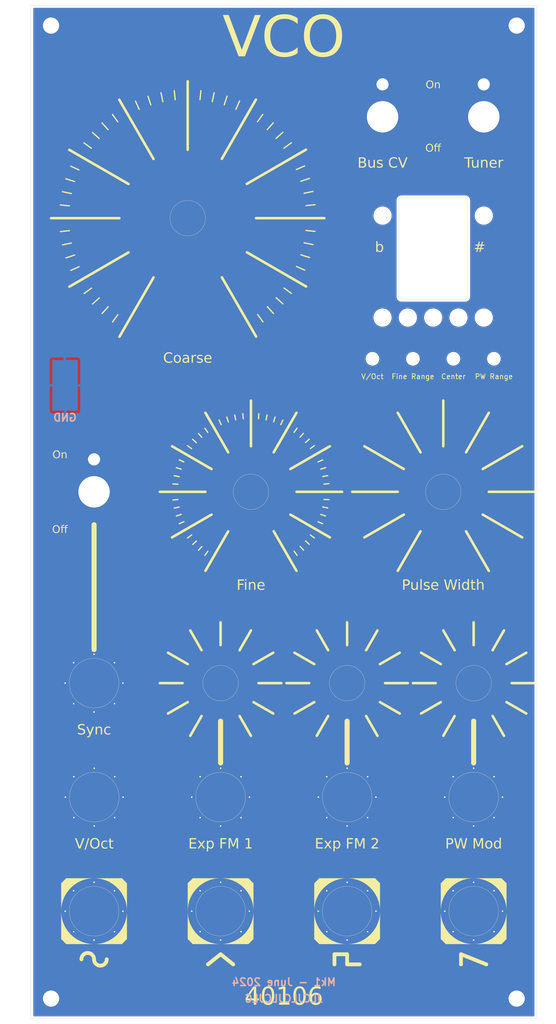
<source format=kicad_pcb>
(kicad_pcb (version 20240108) (generator "pcbnew") (generator_version "8.0")
  (title_block (title "VCO mki Front Panel") (date "2024-06-06") (rev "1") (company "DMH"))
  (layers (0 "F.Cu" signal) (31 "B.Cu" signal) (34 "B.Paste" user) (35 "F.Paste" user) (36 "B.SilkS" user "B.Silkscreen") (37 "F.SilkS" user "F.Silkscreen") (38 "B.Mask" user) (39 "F.Mask" user) (44 "Edge.Cuts" user))
  (net 0 "")
  (net 1 "GND")
  (footprint "SynthStuff:Pot_Cutout_Tiny" (layer "F.Cu") (at 87.5 183.75)
    (property "Reference" "H10")
    (property "Value" "Exp FM 1" (hide yes))
    (fp_line (start -7.499998 0) (end -12 0) (stroke (width 0.5)) (layer "F.SilkS"))
    (fp_line (start -6.49301 -3.753771) (end -10.394285 -5.996567) (stroke (width 0.5)) (layer "F.SilkS"))
    (fp_line (start -6.49301 3.753772) (end -10.394227 5.996669) (stroke (width 0.5)) (layer "F.SilkS"))
    (fp_line (start -3.753772 -6.49301) (end -5.996669 -10.394227) (stroke (width 0.5)) (layer "F.SilkS"))
    (fp_line (start -3.753771 6.49301) (end -5.996567 10.394285) (stroke (width 0.5)) (layer "F.SilkS"))
    (fp_line (start 0 -7.5) (end 0 -12) (stroke (width 0.5)) (layer "F.SilkS"))
    (fp_line (start 3.753771 -6.49301) (end 5.996567 -10.394285) (stroke (width 0.5)) (layer "F.SilkS"))
    (fp_line (start 3.753772 6.49301) (end 5.996669 10.394227) (stroke (width 0.5)) (layer "F.SilkS"))
    (fp_line (start 6.49301 -3.753772) (end 10.394227 -5.996669) (stroke (width 0.5)) (layer "F.SilkS"))
    (fp_line (start 6.49301 3.753771) (end 10.394285 5.996567) (stroke (width 0.5)) (layer "F.SilkS"))
    (fp_line (start 7.5 0) (end 12 0) (stroke (width 0.5)) (layer "F.SilkS"))
    (fp_circle (center 0 0) (end 0 3.5) (stroke (width 0.05)) (fill none) (layer "Edge.Cuts"))
    (pad "1" connect circle (at 0 0) (size 13 13) (layers "F.Cu" "F.Mask") (net 1 "GND"))
    (pad "1" connect circle (at 0 0) (size 13 13) (layers "B.Cu" "B.Mask") (net 1 "GND"))
  )
  (footprint "SynthStuff:Pot_Cutout_Huge_v2" (layer "F.Cu") (at 81 92)
    (property "Reference" "H5")
    (property "Value" "Coarse" (at 0 27.7 0) (layer "F.SilkS") (effects (font (size 2 2))))
    (fp_line (start -23.39361 -13.481062) (end -11.696805 -6.740531) (stroke (width 0.5)) (layer "F.SilkS"))
    (fp_line (start -23.374179 -2.428486) (end -25.164545 -2.614498) (stroke (width 0.25)) (layer "F.SilkS"))
    (fp_line (start -23.370917 13.520364) (end -11.685458 6.760182) (stroke (width 0.5)) (layer "F.SilkS"))
    (fp_line (start -23.370351 2.465102) (end -25.16042 2.653918) (stroke (width 0.25)) (layer "F.SilkS"))
    (fp_line (start -23.101674 10.315167) (end -21.458076 9.581281) (stroke (width 0.25)) (layer "F.SilkS"))
    (fp_line (start -22.993287 -4.853716) (end -24.754478 -5.22549) (stroke (width 0.25)) (layer "F.SilkS"))
    (fp_line (start -22.982832 4.903004) (end -24.743219 5.278553) (stroke (width 0.25)) (layer "F.SilkS"))
    (fp_line (start -22.361465 -7.225976) (end -24.07426 -7.779456) (stroke (width 0.25)) (layer "F.SilkS"))
    (fp_line (start -22.343234 7.28216) (end -24.054632 7.839942) (stroke (width 0.25)) (layer "F.SilkS"))
    (fp_line (start -21.482215 -9.527029) (end -23.127663 -10.25676) (stroke (width 0.25)) (layer "F.SilkS"))
    (fp_line (start -19.02674 -13.7925) (end -20.484109 -14.848948) (stroke (width 0.25)) (layer "F.SilkS"))
    (fp_line (start -19.013948 13.810131) (end -20.470336 14.86793) (stroke (width 0.25)) (layer "F.SilkS"))
    (fp_line (start -17.477172 -15.709817) (end -18.815851 -16.913124) (stroke (width 0.25)) (layer "F.SilkS"))
    (fp_line (start -17.458429 15.730644) (end -18.795672 16.935546) (stroke (width 0.25)) (layer "F.SilkS"))
    (fp_line (start -15.730644 -17.458429) (end -16.935546 -18.795672) (stroke (width 0.25)) (layer "F.SilkS"))
    (fp_line (start -15.709817 17.477172) (end -16.913124 18.815851) (stroke (width 0.25)) (layer "F.SilkS"))
    (fp_line (start -13.810131 -19.013948) (end -14.86793 -20.470336) (stroke (width 0.25)) (layer "F.SilkS"))
    (fp_line (start -13.7925 19.02674) (end -14.848948 20.484109) (stroke (width 0.25)) (layer "F.SilkS"))
    (fp_line (start -13.520364 -23.370917) (end -6.760182 -11.685458) (stroke (width 0.5)) (layer "F.SilkS"))
    (fp_line (start -13.5 0) (end -27 0) (stroke (width 0.5)) (layer "F.SilkS"))
    (fp_line (start -13.481062 23.39361) (end -6.740531 11.696805) (stroke (width 0.5)) (layer "F.SilkS"))
    (fp_line (start -10.315167 -23.101674) (end -9.581281 -21.458076) (stroke (width 0.25)) (layer "F.SilkS"))
    (fp_line (start -7.28216 -22.343234) (end -7.839942 -24.054632) (stroke (width 0.25)) (layer "F.SilkS"))
    (fp_line (start -4.903004 -22.982832) (end -5.278553 -24.743219) (stroke (width 0.25)) (layer "F.SilkS"))
    (fp_line (start -2.465102 -23.370351) (end -2.653918 -25.16042) (stroke (width 0.25)) (layer "F.SilkS"))
    (fp_line (start -0.000001 -13.5) (end -0.000001 -27.000001) (stroke (width 0.5)) (layer "F.SilkS"))
    (fp_line (start 2.428485 -23.37418) (end 2.614497 -25.164546) (stroke (width 0.25)) (layer "F.SilkS"))
    (fp_line (start 4.853715 -22.993288) (end 5.225489 -24.754479) (stroke (width 0.25)) (layer "F.SilkS"))
    (fp_line (start 7.225975 -22.361466) (end 7.779455 -24.074261) (stroke (width 0.25)) (layer "F.SilkS"))
    (fp_line (start 9.527028 -21.482216) (end 10.256759 -23.127664) (stroke (width 0.25)) (layer "F.SilkS"))
    (fp_line (start 13.481061 -23.393611) (end 6.74053 -11.696806) (stroke (width 0.5)) (layer "F.SilkS"))
    (fp_line (start 13.499999 -0.000001) (end 26.999999 -0.000001) (stroke (width 0.5)) (layer "F.SilkS"))
    (fp_line (start 13.520365 23.370916) (end 6.760183 11.685457) (stroke (width 0.5)) (layer "F.SilkS"))
    (fp_line (start 13.792499 -19.026741) (end 14.848947 -20.48411) (stroke (width 0.25)) (layer "F.SilkS"))
    (fp_line (start 13.810132 19.013947) (end 14.867931 20.470335) (stroke (width 0.25)) (layer "F.SilkS"))
    (fp_line (start 15.709816 -17.477173) (end 16.913123 -18.815852) (stroke (width 0.25)) (layer "F.SilkS"))
    (fp_line (start 15.730645 17.458428) (end 16.935547 18.795671) (stroke (width 0.25)) (layer "F.SilkS"))
    (fp_line (start 17.458428 -15.730645) (end 18.795671 -16.935547) (stroke (width 0.25)) (layer "F.SilkS"))
    (fp_line (start 17.477173 15.709816) (end 18.815852 16.913123) (stroke (width 0.25)) (layer "F.SilkS"))
    (fp_line (start 19.013947 -13.810132) (end 20.470335 -14.867931) (stroke (width 0.25)) (layer "F.SilkS"))
    (fp_line (start 19.026741 13.792499) (end 20.48411 14.848947) (stroke (width 0.25)) (layer "F.SilkS"))
    (fp_line (start 21.482216 9.527028) (end 23.127664 10.256759) (stroke (width 0.25)) (layer "F.SilkS"))
    (fp_line (start 22.343233 -7.282161) (end 24.054631 -7.839943) (stroke (width 0.25)) (layer "F.SilkS"))
    (fp_line (start 22.361466 7.225975) (end 24.074261 7.779455) (stroke (width 0.25)) (layer "F.SilkS"))
    (fp_line (start 22.982831 -4.903005) (end 24.743218 -5.278554) (stroke (width 0.25)) (layer "F.SilkS"))
    (fp_line (start 22.993288 4.853715) (end 24.754479 5.225489) (stroke (width 0.25)) (layer "F.SilkS"))
    (fp_line (start 23.101673 -10.315168) (end 21.458075 -9.581282) (stroke (width 0.25)) (layer "F.SilkS"))
    (fp_line (start 23.37035 -2.465103) (end 25.160419 -2.653919) (stroke (width 0.25)) (layer "F.SilkS"))
    (fp_line (start 23.370916 -13.520365) (end 11.685457 -6.760183) (stroke (width 0.5)) (layer "F.SilkS"))
    (fp_line (start 23.37418 2.428485) (end 25.164546 2.614497) (stroke (width 0.25)) (layer "F.SilkS"))
    (fp_line (start 23.393611 13.481061) (end 11.696806 6.74053) (stroke (width 0.5)) (layer "F.SilkS"))
    (fp_circle (center 0 0) (end 0 3.5) (stroke (width 0.05)) (fill none) (layer "Edge.Cuts"))
    (pad "1" connect circle (at 0 0) (size 13 13) (layers "F.Cu" "F.Mask") (net 1 "GND"))
    (pad "1" connect circle (at 0 0) (size 13 13) (layers "B.Cu" "B.Mask") (net 1 "GND"))
  )
  (footprint "SynthStuff:Jack_6.35mm_Cutout_Output_v6" (layer "F.Cu") (at 112.5 228.75)
    (property "Reference" "H15")
    (property "Value" "Sqr" (hide yes))
    (fp_poly (pts (xy -6.5 5.5) (arc (start -6.5 0) (mid -4.596194 4.596194) (end 0 6.5)) (xy -5.5 6.5)) (fill solid) (layer "F.SilkS"))
    (fp_poly (pts (xy -5.5 -6.5) (arc (start 0 -6.5) (mid -4.596194 -4.596194) (end -6.5 0)) (xy -6.5 -5.5)) (fill solid) (layer "F.SilkS"))
    (fp_poly (pts (xy 5.5 6.5) (arc (start 0 6.5) (mid 4.596194 4.596194) (end 6.5 0)) (xy 6.5 5.5)) (fill solid) (layer "F.SilkS"))
    (fp_poly (pts (xy 6.5 -5.5) (arc (start 6.5 0) (mid 4.596194 -4.596194) (end 0 -6.5)) (xy 5.5 -6.5)) (fill solid) (layer "F.SilkS"))
    (fp_circle (center 0 0) (end 0 -4.9) (stroke (width 0.05)) (fill none) (layer "Edge.Cuts"))
    (pad "1" thru_hole circle (at -5.7 0) (size 0.5 0.5) (drill 0.3) (layers "*.Cu" "*.Mask") (net 1 "GND"))
    (pad "1" thru_hole circle (at -4.04 -4.03) (size 0.5 0.5) (drill 0.3) (layers "*.Cu" "*.Mask") (net 1 "GND"))
    (pad "1" thru_hole circle (at -4.03 4.04) (size 0.5 0.5) (drill 0.3) (layers "*.Cu" "*.Mask") (net 1 "GND"))
    (pad "1" thru_hole circle (at 0 -5.7) (size 0.5 0.5) (drill 0.3) (layers "*.Cu" "*.Mask") (net 1 "GND"))
    (pad "1" connect circle (at 0 0) (size 12 12) (layers "F.Cu" "F.Mask") (net 1 "GND"))
    (pad "1" connect circle (at 0 0) (size 12 12) (layers "B.Cu" "B.Mask") (net 1 "GND"))
    (pad "1" thru_hole circle (at 0 5.7) (size 0.5 0.5) (drill 0.3) (layers "*.Cu" "*.Mask") (net 1 "GND"))
    (pad "1" thru_hole circle (at 4.03 4.04) (size 0.5 0.5) (drill 0.3) (layers "*.Cu" "*.Mask") (net 1 "GND"))
    (pad "1" thru_hole circle (at 4.04 -4.03) (size 0.5 0.5) (drill 0.3) (layers "*.Cu" "*.Mask") (net 1 "GND"))
    (pad "1" thru_hole circle (at 5.7 0) (size 0.5 0.5) (drill 0.3) (layers "*.Cu" "*.Mask") (net 1 "GND"))
  )
  (footprint "SynthStuff:MountingHole_Rails" (layer "F.Cu") (at 54 246)
    (property "Reference" "H3")
    (property "Value" "MountingHole_Rails")
    (pad "1" thru_hole circle (at 0 0) (size 4 4) (drill 3.2) (layers "*.Cu" "*.Mask") (net 1 "GND"))
  )
  (footprint "SynthStuff:MountingHole_Rails" (layer "F.Cu") (at 146 54)
    (property "Reference" "H2")
    (property "Value" "MountingHole_Rails")
    (pad "1" thru_hole circle (at 0 0) (size 4 4) (drill 3.2) (layers "*.Cu" "*.Mask") (net 1 "GND"))
  )
  (footprint "SynthStuff:MountingHole_LED_3mm" (layer "F.Cu") (at 124.5 111.62)
    (property "Reference" "H32" (hide yes))
    (property "Value" "LED_-1")
    (pad "" np_thru_hole circle (at 0 0) (size 3.1 3.1) (drill 3.1) (layers "F&B.Cu" "*.Mask"))
  )
  (footprint "MountingHole:MountingHole_2.5mm" (layer "F.Cu") (at 141.5 119.75)
    (property "Reference" "H24" (hide yes))
    (property "Value" "PW Range" (at 0 3.5 0) (layer "F.SilkS"))
    (pad "" np_thru_hole circle (at 0 0) (size 2.5 2.5) (drill 2.5) (layers "*.Cu" "*.Mask"))
  )
  (footprint "MountingHole:MountingHole_2.5mm" (layer "F.Cu") (at 117.5 119.75)
    (property "Reference" "H21" (hide yes))
    (property "Value" "V/Oct" (at 0 3.5 0) (layer "F.SilkS"))
    (pad "" np_thru_hole circle (at 0 0) (size 2.5 2.5) (drill 2.5) (layers "*.Cu" "*.Mask"))
  )
  (footprint "MountingHole:MountingHole_2.5mm" (layer "F.Cu") (at 133.5 119.75)
    (property "Reference" "H23" (hide yes))
    (property "Value" "Center" (at 0 3.5 0) (layer "F.SilkS"))
    (pad "" np_thru_hole circle (at 0 0) (size 2.5 2.5) (drill 2.5) (layers "*.Cu" "*.Mask"))
  )
  (footprint "SynthStuff:Jack_6.35mm_Cutout_Output_v6" (layer "F.Cu") (at 62.5 228.75)
    (property "Reference" "H13")
    (property "Value" "Sin" (hide yes))
    (fp_poly (pts (xy -6.5 5.5) (arc (start -6.5 0) (mid -4.596194 4.596194) (end 0 6.5)) (xy -5.5 6.5)) (fill solid) (layer "F.SilkS"))
    (fp_poly (pts (xy -5.5 -6.5) (arc (start 0 -6.5) (mid -4.596194 -4.596194) (end -6.5 0)) (xy -6.5 -5.5)) (fill solid) (layer "F.SilkS"))
    (fp_poly (pts (xy 5.5 6.5) (arc (start 0 6.5) (mid 4.596194 4.596194) (end 6.5 0)) (xy 6.5 5.5)) (fill solid) (layer "F.SilkS"))
    (fp_poly (pts (xy 6.5 -5.5) (arc (start 6.5 0) (mid 4.596194 -4.596194) (end 0 -6.5)) (xy 5.5 -6.5)) (fill solid) (layer "F.SilkS"))
    (fp_circle (center 0 0) (end 0 -4.9) (stroke (width 0.05)) (fill none) (layer "Edge.Cuts"))
    (pad "1" thru_hole circle (at -5.7 0) (size 0.5 0.5) (drill 0.3) (layers "*.Cu" "*.Mask") (net 1 "GND"))
    (pad "1" thru_hole circle (at -4.04 -4.03) (size 0.5 0.5) (drill 0.3) (layers "*.Cu" "*.Mask") (net 1 "GND"))
    (pad "1" thru_hole circle (at -4.03 4.04) (size 0.5 0.5) (drill 0.3) (layers "*.Cu" "*.Mask") (net 1 "GND"))
    (pad "1" thru_hole circle (at 0 -5.7) (size 0.5 0.5) (drill 0.3) (layers "*.Cu" "*.Mask") (net 1 "GND"))
    (pad "1" connect circle (at 0 0) (size 12 12) (layers "F.Cu" "F.Mask") (net 1 "GND"))
    (pad "1" connect circle (at 0 0) (size 12 12) (layers "B.Cu" "B.Mask") (net 1 "GND"))
    (pad "1" thru_hole circle (at 0 5.7) (size 0.5 0.5) (drill 0.3) (layers "*.Cu" "*.Mask") (net 1 "GND"))
    (pad "1" thru_hole circle (at 4.03 4.04) (size 0.5 0.5) (drill 0.3) (layers "*.Cu" "*.Mask") (net 1 "GND"))
    (pad "1" thru_hole circle (at 4.04 -4.03) (size 0.5 0.5) (drill 0.3) (layers "*.Cu" "*.Mask") (net 1 "GND"))
    (pad "1" thru_hole circle (at 5.7 0) (size 0.5 0.5) (drill 0.3) (layers "*.Cu" "*.Mask") (net 1 "GND"))
  )
  (footprint "SynthStuff:Jack_6.35mm_Cutout_v3" (layer "F.Cu") (at 137.5 206.25)
    (property "Reference" "H20")
    (property "Value" "PW Mod" (at 0 9.3 0) (layer "F.SilkS") (effects (font (size 2 2))))
    (fp_circle (center 0 0) (end 0 -4.9) (stroke (width 0.05)) (fill none) (layer "Edge.Cuts"))
    (pad "1" thru_hole circle (at -5.7 0) (size 0.5 0.5) (drill 0.3) (layers "*.Cu" "*.Mask") (net 1 "GND"))
    (pad "1" thru_hole circle (at -4.04 -4.03) (size 0.5 0.5) (drill 0.3) (layers "*.Cu" "*.Mask") (net 1 "GND"))
    (pad "1" thru_hole circle (at -4.03 4.04) (size 0.5 0.5) (drill 0.3) (layers "*.Cu" "*.Mask") (net 1 "GND"))
    (pad "1" thru_hole circle (at 0 -5.7) (size 0.5 0.5) (drill 0.3) (layers "*.Cu" "*.Mask") (net 1 "GND"))
    (pad "1" connect circle (at 0 0) (size 12 12) (layers "F.Cu" "F.Mask") (net 1 "GND"))
    (pad "1" connect circle (at 0 0) (size 12 12) (layers "B.Cu" "B.Mask") (net 1 "GND"))
    (pad "1" thru_hole circle (at 0 5.7) (size 0.5 0.5) (drill 0.3) (layers "*.Cu" "*.Mask") (net 1 "GND"))
    (pad "1" thru_hole circle (at 4.03 4.04) (size 0.5 0.5) (drill 0.3) (layers "*.Cu" "*.Mask") (net 1 "GND"))
    (pad "1" thru_hole circle (at 4.04 -4.03) (size 0.5 0.5) (drill 0.3) (layers "*.Cu" "*.Mask") (net 1 "GND"))
    (pad "1" thru_hole circle (at 5.7 0) (size 0.5 0.5) (drill 0.3) (layers "*.Cu" "*.Mask") (net 1 "GND"))
  )
  (footprint "SynthStuff:MountingHole_LED_3mm" (layer "F.Cu") (at 139.5 91.5)
    (property "Reference" "H30" (hide yes))
    (property "Value" "LED_#" (hide yes))
    (pad "" np_thru_hole circle (at 0 0) (size 3.1 3.1) (drill 3.1) (layers "F&B.Cu" "*.Mask"))
  )
  (footprint "SynthStuff:MountingHole_LED_3mm" (layer "F.Cu") (at 139.5 111.62)
    (property "Reference" "H35" (hide yes))
    (property "Value" "LED_+2")
    (pad "" np_thru_hole circle (at 0 0) (size 3.1 3.1) (drill 3.1) (layers "F&B.Cu" "*.Mask"))
  )
  (footprint "SynthStuff:Pot_Cutout_Medium" (layer "F.Cu") (at 131.5 146)
    (property "Reference" "H8")
    (property "Value" "Pulse Width" (at 0 18.5 0) (layer "F.SilkS") (effects (font (size 2 2))))
    (fp_line (start -15.59134 -8.995004) (end -7.795669 -4.497502) (stroke (width 0.5)) (layer "F.SilkS"))
    (fp_line (start -15.591339 8.995006) (end -7.795668 4.497502) (stroke (width 0.5)) (layer "F.SilkS"))
    (fp_line (start -9 0) (end -18 0) (stroke (width 0.5)) (layer "F.SilkS"))
    (fp_line (start -8.995006 -15.591339) (end -4.497502 -7.795668) (stroke (width 0.5)) (layer "F.SilkS"))
    (fp_line (start -8.995004 15.59134) (end -4.497502 7.795669) (stroke (width 0.5)) (layer "F.SilkS"))
    (fp_line (start 0 -9) (end 0 -18) (stroke (width 0.5)) (layer "F.SilkS"))
    (fp_line (start 8.995004 -15.59134) (end 4.497502 -7.795669) (stroke (width 0.5)) (layer "F.SilkS"))
    (fp_line (start 8.995006 15.591339) (end 4.497502 7.795668) (stroke (width 0.5)) (layer "F.SilkS"))
    (fp_line (start 9 0) (end 18 0) (stroke (width 0.5)) (layer "F.SilkS"))
    (fp_line (start 15.591339 -8.995006) (end 7.795668 -4.497502) (stroke (width 0.5)) (layer "F.SilkS"))
    (fp_line (start 15.59134 8.995004) (end 7.795669 4.497502) (stroke (width 0.5)) (layer "F.SilkS"))
    (fp_circle (center 0 0) (end 0 3.5) (stroke (width 0.05)) (fill none) (layer "Edge.Cuts"))
    (pad "1" connect circle (at 0 0) (size 13 13) (layers "F.Cu" "F.Mask") (net 1 "GND"))
    (pad "1" connect circle (at 0 0) (size 13 13) (layers "B.Cu" "B.Mask") (net 1 "GND"))
  )
  (footprint "SynthStuff:MountingHole_Rails" (layer "F.Cu") (at 54 54)
    (property "Reference" "H1")
    (property "Value" "MountingHole_Rails")
    (pad "1" thru_hole circle (at 0 0) (size 4 4) (drill 3.2) (layers "*.Cu" "*.Mask") (net 1 "GND"))
  )
  (footprint "SynthStuff:MountingHole_LED_3mm" (layer "F.Cu") (at 134.5 111.62)
    (property "Reference" "H34" (hide yes))
    (property "Value" "LED_+1")
    (pad "" np_thru_hole circle (at 0 0) (size 3.1 3.1) (drill 3.1) (layers "F&B.Cu" "*.Mask"))
  )
  (footprint "SynthStuff:MountingHole_LED_3mm" (layer "F.Cu") (at 129.5 111.62)
    (property "Reference" "H33" (hide yes))
    (property "Value" "LED_0")
    (pad "" np_thru_hole circle (at 0 0) (size 3.1 3.1) (drill 3.1) (layers "F&B.Cu" "*.Mask"))
  )
  (footprint "SynthStuff:Pot_Cutout_Tiny" (layer "F.Cu") (at 137.5 183.75)
    (property "Reference" "H12")
    (property "Value" "PW Mod" (hide yes))
    (fp_line (start -7.499998 0) (end -12 0) (stroke (width 0.5)) (layer "F.SilkS"))
    (fp_line (start -6.49301 -3.753771) (end -10.394285 -5.996567) (stroke (width 0.5)) (layer "F.SilkS"))
    (fp_line (start -6.49301 3.753772) (end -10.394227 5.996669) (stroke (width 0.5)) (layer "F.SilkS"))
    (fp_line (start -3.753772 -6.49301) (end -5.996669 -10.394227) (stroke (width 0.5)) (layer "F.SilkS"))
    (fp_line (start -3.753771 6.49301) (end -5.996567 10.394285) (stroke (width 0.5)) (layer "F.SilkS"))
    (fp_line (start 0 -7.5) (end 0 -12) (stroke (width 0.5)) (layer "F.SilkS"))
    (fp_line (start 3.753771 -6.49301) (end 5.996567 -10.394285) (stroke (width 0.5)) (layer "F.SilkS"))
    (fp_line (start 3.753772 6.49301) (end 5.996669 10.394227) (stroke (width 0.5)) (layer "F.SilkS"))
    (fp_line (start 6.49301 -3.753772) (end 10.394227 -5.996669) (stroke (width 0.5)) (layer "F.SilkS"))
    (fp_line (start 6.49301 3.753771) (end 10.394285 5.996567) (stroke (width 0.5)) (layer "F.SilkS"))
    (fp_line (start 7.5 0) (end 12 0) (stroke (width 0.5)) (layer "F.SilkS"))
    (fp_circle (center 0 0) (end 0 3.5) (stroke (width 0.05)) (fill none) (layer "Edge.Cuts"))
    (pad "1" connect circle (at 0 0) (size 13 13) (layers "F.Cu" "F.Mask") (net 1 "GND"))
    (pad "1" connect circle (at 0 0) (size 13 13) (layers "B.Cu" "B.Mask") (net 1 "GND"))
  )
  (footprint "SynthStuff:Toggle_Switch_Cutout" (layer "F.Cu") (at 139.5 72)
    (property "Reference" "H27")
    (property "Value" "Tuner" (at 0 9.2 0) (layer "F.SilkS") (effects (font (size 2 2))))
    (pad "1" thru_hole circle (at 0 -6.4) (size 2.9 2.9) (drill 2.4) (layers "*.Cu" "*.Mask") (net 1 "GND"))
    (pad "1" thru_hole circle (at 0 0) (size 13 13) (drill 6.2) (layers "*.Cu" "*.Mask") (net 1 "GND"))
  )
  (footprint "SynthStuff:MountingHole_Rails" (layer "F.Cu") (at 146 246)
    (property "Reference" "H4")
    (property "Value" "MountingHole_Rails")
    (pad "1" thru_hole circle (at 0 0) (size 4 4) (drill 3.2) (layers "*.Cu" "*.Mask") (net 1 "GND"))
  )
  (footprint "SynthStuff:Toggle_Switch_Cutout" (layer "F.Cu") (at 62.5 146)
    (property "Reference" "H28")
    (property "Value" "Soft Hard" (hide yes))
    (pad "1" thru_hole circle (at 0 -6.4) (size 2.9 2.9) (drill 2.4) (layers "*.Cu" "*.Mask") (net 1 "GND"))
    (pad "1" thru_hole circle (at 0 0) (size 13 13) (drill 6.2) (layers "*.Cu" "*.Mask") (net 1 "GND"))
  )
  (footprint "SynthStuff:MountingHole_LED_3mm" (layer "F.Cu") (at 119.5 91.5)
    (property "Reference" "H29" (hide yes))
    (property "Value" "LED_b" (hide yes))
    (pad "" np_thru_hole circle (at 0 0) (size 3.1 3.1) (drill 3.1) (layers "F&B.Cu" "*.Mask"))
  )
  (footprint "SynthStuff:Jack_6.35mm_Cutout_v3" (layer "F.Cu") (at 87.5 206.25)
    (property "Reference" "H18")
    (property "Value" "Exp FM 1" (at 0 9.3 0) (layer "F.SilkS") (effects (font (size 2 2))))
    (fp_circle (center 0 0) (end 0 -4.9) (stroke (width 0.05)) (fill none) (layer "Edge.Cuts"))
    (pad "1" thru_hole circle (at -5.7 0) (size 0.5 0.5) (drill 0.3) (layers "*.Cu" "*.Mask") (net 1 "GND"))
    (pad "1" thru_hole circle (at -4.04 -4.03) (size 0.5 0.5) (drill 0.3) (layers "*.Cu" "*.Mask") (net 1 "GND"))
    (pad "1" thru_hole circle (at -4.03 4.04) (size 0.5 0.5) (drill 0.3) (layers "*.Cu" "*.Mask") (net 1 "GND"))
    (pad "1" thru_hole circle (at 0 -5.7) (size 0.5 0.5) (drill 0.3) (layers "*.Cu" "*.Mask") (net 1 "GND"))
    (pad "1" connect circle (at 0 0) (size 12 12) (layers "F.Cu" "F.Mask") (net 1 "GND"))
    (pad "1" connect circle (at 0 0) (size 12 12) (layers "B.Cu" "B.Mask") (net 1 "GND"))
    (pad "1" thru_hole circle (at 0 5.7) (size 0.5 0.5) (drill 0.3) (layers "*.Cu" "*.Mask") (net 1 "GND"))
    (pad "1" thru_hole circle (at 4.03 4.04) (size 0.5 0.5) (drill 0.3) (layers "*.Cu" "*.Mask") (net 1 "GND"))
    (pad "1" thru_hole circle (at 4.04 -4.03) (size 0.5 0.5) (drill 0.3) (layers "*.Cu" "*.Mask") (net 1 "GND"))
    (pad "1" thru_hole circle (at 5.7 0) (size 0.5 0.5) (drill 0.3) (layers "*.Cu" "*.Mask") (net 1 "GND"))
  )
  (footprint "MountingHole:MountingHole_2.5mm" (layer "F.Cu") (at 125.5 119.75)
    (property "Reference" "H22" (hide yes))
    (property "Value" "Fine Range" (at 0 3.5 0) (layer "F.SilkS"))
    (pad "" np_thru_hole circle (at 0 0) (size 2.5 2.5) (drill 2.5) (layers "*.Cu" "*.Mask"))
  )
  (footprint "SynthStuff:Pot_Cutout_Medium_v2" (layer "F.Cu") (at 93.5 146)
    (property "Reference" "H7")
    (property "Value" "Fine" (at 0 18.5 0) (layer "F.SilkS") (effects (font (size 2 2))))
    (fp_line (start -15.59134 -8.995004) (end -7.795669 -4.497502) (stroke (width 0.5)) (layer "F.SilkS"))
    (fp_line (start -15.591339 8.995006) (end -7.795668 4.497502) (stroke (width 0.5)) (layer "F.SilkS"))
    (fp_line (start -14.422248 -1.499585) (end -15.422297 -1.553297) (stroke (width 0.25)) (layer "F.SilkS"))
    (fp_line (start -14.420762 1.513781) (end -15.415618 1.618213) (stroke (width 0.25)) (layer "F.SilkS"))
    (fp_line (start -14.189827 -2.983088) (end -15.168751 -3.188884) (stroke (width 0.25)) (layer "F.SilkS"))
    (fp_line (start -14.184996 3.005963) (end -15.163586 3.213337) (stroke (width 0.25)) (layer "F.SilkS"))
    (fp_line (start -13.795505 -4.464755) (end -14.747226 -4.772768) (stroke (width 0.25)) (layer "F.SilkS"))
    (fp_line (start -13.795256 4.465516) (end -14.746959 4.773582) (stroke (width 0.25)) (layer "F.SilkS"))
    (fp_line (start -13.250603 5.888244) (end -14.164734 6.294461) (stroke (width 0.25)) (layer "F.SilkS"))
    (fp_line (start -13.246934 -5.896501) (end -14.16081 -6.303287) (stroke (width 0.25)) (layer "F.SilkS"))
    (fp_line (start -11.733619 -8.51893) (end -12.543094 -9.106631) (stroke (width 0.25)) (layer "F.SilkS"))
    (fp_line (start -11.727755 8.526998) (end -12.536827 9.115257) (stroke (width 0.25)) (layer "F.SilkS"))
    (fp_line (start -10.782189 -9.69507) (end -11.526027 -10.36391) (stroke (width 0.25)) (layer "F.SilkS"))
    (fp_line (start -10.765681 9.713397) (end -11.50838 10.383502) (stroke (width 0.25)) (layer "F.SilkS"))
    (fp_line (start -9.713397 -10.765681) (end -10.383502 -11.50838) (stroke (width 0.25)) (layer "F.SilkS"))
    (fp_line (start -9.69507 10.782189) (end -10.36391 11.526027) (stroke (width 0.25)) (layer "F.SilkS"))
    (fp_line (start -9 0) (end -18 0) (stroke (width 0.5)) (layer "F.SilkS"))
    (fp_line (start -8.995006 -15.591339) (end -4.497502 -7.795668) (stroke (width 0.5)) (layer "F.SilkS"))
    (fp_line (start -8.995004 15.59134) (end -4.497502 7.795669) (stroke (width 0.5)) (layer "F.SilkS"))
    (fp_line (start -8.526998 -11.727755) (end -9.115257 -12.536827) (stroke (width 0.25)) (layer "F.SilkS"))
    (fp_line (start -8.51893 11.733619) (end -9.106631 12.543094) (stroke (width 0.25)) (layer "F.SilkS"))
    (fp_line (start -5.888244 -13.250603) (end -6.294461 -14.164734) (stroke (width 0.25)) (layer "F.SilkS"))
    (fp_line (start -4.465516 -13.795256) (end -4.773582 -14.746959) (stroke (width 0.25)) (layer "F.SilkS"))
    (fp_line (start -3.005963 -14.184996) (end -3.213337 -15.163586) (stroke (width 0.25)) (layer "F.SilkS"))
    (fp_line (start -1.513781 -14.420762) (end -1.618213 -15.415618) (stroke (width 0.25)) (layer "F.SilkS"))
    (fp_line (start 0 -9) (end 0 -18) (stroke (width 0.5)) (layer "F.SilkS"))
    (fp_line (start 1.499585 -14.422248) (end 1.553297 -15.422297) (stroke (width 0.25)) (layer "F.SilkS"))
    (fp_line (start 2.983088 -14.189827) (end 3.188884 -15.168751) (stroke (width 0.25)) (layer "F.SilkS"))
    (fp_line (start 4.464755 -13.795505) (end 4.772768 -14.747226) (stroke (width 0.25)) (layer "F.SilkS"))
    (fp_line (start 5.896501 -13.246934) (end 6.303287 -14.16081) (stroke (width 0.25)) (layer "F.SilkS"))
    (fp_line (start 8.51893 -11.733619) (end 9.106631 -12.543094) (stroke (width 0.25)) (layer "F.SilkS"))
    (fp_line (start 8.526998 11.727755) (end 9.115257 12.536827) (stroke (width 0.25)) (layer "F.SilkS"))
    (fp_line (start 8.995004 -15.59134) (end 4.497502 -7.795669) (stroke (width 0.5)) (layer "F.SilkS"))
    (fp_line (start 8.995006 15.591339) (end 4.497502 7.795668) (stroke (width 0.5)) (layer "F.SilkS"))
    (fp_line (start 9 0) (end 18 0) (stroke (width 0.5)) (layer "F.SilkS"))
    (fp_line (start 9.69507 -10.782189) (end 10.36391 -11.526027) (stroke (width 0.25)) (layer "F.SilkS"))
    (fp_line (start 9.713397 10.765681) (end 10.383502 11.50838) (stroke (width 0.25)) (layer "F.SilkS"))
    (fp_line (start 10.765681 -9.713397) (end 11.50838 -10.383502) (stroke (width 0.25)) (layer "F.SilkS"))
    (fp_line (start 10.782189 9.69507) (end 11.526027 10.36391) (stroke (width 0.25)) (layer "F.SilkS"))
    (fp_line (start 11.727755 -8.526998) (end 12.536827 -9.115257) (stroke (width 0.25)) (layer "F.SilkS"))
    (fp_line (start 11.733619 8.51893) (end 12.543094 9.106631) (stroke (width 0.25)) (layer "F.SilkS"))
    (fp_line (start 13.246934 5.896501) (end 14.16081 6.303287) (stroke (width 0.25)) (layer "F.SilkS"))
    (fp_line (start 13.250603 -5.888244) (end 14.164734 -6.294461) (stroke (width 0.25)) (layer "F.SilkS"))
    (fp_line (start 13.795256 -4.465516) (end 14.746959 -4.773582) (stroke (width 0.25)) (layer "F.SilkS"))
    (fp_line (start 13.795505 4.464755) (end 14.747226 4.772768) (stroke (width 0.25)) (layer "F.SilkS"))
    (fp_line (start 14.184996 -3.005963) (end 15.163586 -3.213337) (stroke (width 0.25)) (layer "F.SilkS"))
    (fp_line (start 14.189827 2.983088) (end 15.168751 3.188884) (stroke (width 0.25)) (layer "F.SilkS"))
    (fp_line (start 14.420762 -1.513781) (end 15.415618 -1.618213) (stroke (width 0.25)) (layer "F.SilkS"))
    (fp_line (start 14.422248 1.499585) (end 15.422297 1.553297) (stroke (width 0.25)) (layer "F.SilkS"))
    (fp_line (start 15.591339 -8.995006) (end 7.795668 -4.497502) (stroke (width 0.5)) (layer "F.SilkS"))
    (fp_line (start 15.59134 8.995004) (end 7.795669 4.497502) (stroke (width 0.5)) (layer "F.SilkS"))
    (fp_circle (center 0 0) (end 0 3.5) (stroke (width 0.05)) (fill none) (layer "Edge.Cuts"))
    (pad "1" connect circle (at 0 0) (size 13 13) (layers "F.Cu" "F.Mask") (net 1 "GND"))
    (pad "1" connect circle (at 0 0) (size 13 13) (layers "B.Cu" "B.Mask") (net 1 "GND"))
  )
  (footprint "SynthStuff:MountingHole_LED_3mm" (layer "F.Cu") (at 119.5 111.62)
    (property "Reference" "H31" (hide yes))
    (property "Value" "LED_-2")
    (pad "" np_thru_hole circle (at 0 0) (size 3.1 3.1) (drill 3.1) (layers "F&B.Cu" "*.Mask"))
  )
  (footprint "SynthStuff:7Segment_Cutout" (layer "F.Cu") (at 124.42 105.62 90)
    (property "Reference" "H6" (hide yes))
    (property "Value" "7Segment" (hide yes))
    (fp_line (start -1.86 -1.67) (end 17.11 -1.67) (stroke (width 0.05)) (layer "Edge.Cuts"))
    (fp_line (start 17.61 -1.17) (end 17.61 11.39) (stroke (width 0.05)) (layer "Edge.Cuts"))
    (fp_line (start -2.36 11.39) (end -2.36 -1.17) (stroke (width 0.05)) (layer "Edge.Cuts"))
    (fp_line (start 17.11 11.89) (end -1.86 11.89) (stroke (width 0.05)) (layer "Edge.Cuts"))
    (fp_arc (start 17.11 -1.67) (mid 17.463553 -1.523553) (end 17.61 -1.17) (stroke (width 0.05)) (layer "Edge.Cuts"))
    (fp_arc (start -2.36 -1.17) (mid -2.213553 -1.523553) (end -1.86 -1.67) (stroke (width 0.05)) (layer "Edge.Cuts"))
    (fp_arc (start 17.61 11.39) (mid 17.463553 11.743553) (end 17.11 11.89) (stroke (width 0.05)) (layer "Edge.Cuts"))
    (fp_arc (start -1.86 11.89) (mid -2.213553 11.743553) (end -2.36 11.39) (stroke (width 0.05)) (layer "Edge.Cuts"))
  )
  (footprint "SynthStuff:Jack_6.35mm_Cutout_v3" (layer "F.Cu") (at 62.54 206.25)
    (property "Reference" "H17")
    (property "Value" "V/Oct" (at 0 9.3 0) (layer "F.SilkS") (effects (font (size 2 2))))
    (fp_circle (center 0 0) (end 0 -4.9) (stroke (width 0.05)) (fill none) (layer "Edge.Cuts"))
    (pad "1" thru_hole circle (at -5.7 0) (size 0.5 0.5) (drill 0.3) (layers "*.Cu" "*.Mask") (net 1 "GND"))
    (pad "1" thru_hole circle (at -4.04 -4.03) (size 0.5 0.5) (drill 0.3) (layers "*.Cu" "*.Mask") (net 1 "GND"))
    (pad "1" thru_hole circle (at -4.03 4.04) (size 0.5 0.5) (drill 0.3) (layers "*.Cu" "*.Mask") (net 1 "GND"))
    (pad "1" thru_hole circle (at 0 -5.7) (size 0.5 0.5) (drill 0.3) (layers "*.Cu" "*.Mask") (net 1 "GND"))
    (pad "1" connect circle (at 0 0) (size 12 12) (layers "F.Cu" "F.Mask") (net 1 "GND"))
    (pad "1" connect circle (at 0 0) (size 12 12) (layers "B.Cu" "B.Mask") (net 1 "GND"))
    (pad "1" thru_hole circle (at 0 5.7) (size 0.5 0.5) (drill 0.3) (layers "*.Cu" "*.Mask") (net 1 "GND"))
    (pad "1" thru_hole circle (at 4.03 4.04) (size 0.5 0.5) (drill 0.3) (layers "*.Cu" "*.Mask") (net 1 "GND"))
    (pad "1" thru_hole circle (at 4.04 -4.03) (size 0.5 0.5) (drill 0.3) (layers "*.Cu" "*.Mask") (net 1 "GND"))
    (pad "1" thru_hole circle (at 5.7 0) (size 0.5 0.5) (drill 0.3) (layers "*.Cu" "*.Mask") (net 1 "GND"))
  )
  (footprint "SynthStuff:Jack_6.35mm_Cutout_v3" (layer "F.Cu") (at 112.5 206.25)
    (property "Reference" "H19")
    (property "Value" "Exp FM 2" (at 0 9.3 0) (layer "F.SilkS") (effects (font (size 2 2))))
    (fp_circle (center 0 0) (end 0 -4.9) (stroke (width 0.05)) (fill none) (layer "Edge.Cuts"))
    (pad "1" thru_hole circle (at -5.7 0) (size 0.5 0.5) (drill 0.3) (layers "*.Cu" "*.Mask") (net 1 "GND"))
    (pad "1" thru_hole circle (at -4.04 -4.03) (size 0.5 0.5) (drill 0.3) (layers "*.Cu" "*.Mask") (net 1 "GND"))
    (pad "1" thru_hole circle (at -4.03 4.04) (size 0.5 0.5) (drill 0.3) (layers "*.Cu" "*.Mask") (net 1 "GND"))
    (pad "1" thru_hole circle (at 0 -5.7) (size 0.5 0.5) (drill 0.3) (layers "*.Cu" "*.Mask") (net 1 "GND"))
    (pad "1" connect circle (at 0 0) (size 12 12) (layers "F.Cu" "F.Mask") (net 1 "GND"))
    (pad "1" connect circle (at 0 0) (size 12 12) (layers "B.Cu" "B.Mask") (net 1 "GND"))
    (pad "1" thru_hole circle (at 0 5.7) (size 0.5 0.5) (drill 0.3) (layers "*.Cu" "*.Mask") (net 1 "GND"))
    (pad "1" thru_hole circle (at 4.03 4.04) (size 0.5 0.5) (drill 0.3) (layers "*.Cu" "*.Mask") (net 1 "GND"))
    (pad "1" thru_hole circle (at 4.04 -4.03) (size 0.5 0.5) (drill 0.3) (layers "*.Cu" "*.Mask") (net 1 "GND"))
    (pad "1" thru_hole circle (at 5.7 0) (size 0.5 0.5) (drill 0.3) (layers "*.Cu" "*.Mask") (net 1 "GND"))
  )
  (footprint "SynthStuff:Jack_6.35mm_Cutout_Output_v6" (layer "F.Cu") (at 137.5 228.75)
    (property "Reference" "H16")
    (property "Value" "Saw" (hide yes))
    (fp_poly (pts (xy -6.5 5.5) (arc (start -6.5 0) (mid -4.596194 4.596194) (end 0 6.5)) (xy -5.5 6.5)) (fill solid) (layer "F.SilkS"))
    (fp_poly (pts (xy -5.5 -6.5) (arc (start 0 -6.5) (mid -4.596194 -4.596194) (end -6.5 0)) (xy -6.5 -5.5)) (fill solid) (layer "F.SilkS"))
    (fp_poly (pts (xy 5.5 6.5) (arc (start 0 6.5) (mid 4.596194 4.596194) (end 6.5 0)) (xy 6.5 5.5)) (fill solid) (layer "F.SilkS"))
    (fp_poly (pts (xy 6.5 -5.5) (arc (start 6.5 0) (mid 4.596194 -4.596194) (end 0 -6.5)) (xy 5.5 -6.5)) (fill solid) (layer "F.SilkS"))
    (fp_circle (center 0 0) (end 0 -4.9) (stroke (width 0.05)) (fill none) (layer "Edge.Cuts"))
    (pad "1" thru_hole circle (at -5.7 0) (size 0.5 0.5) (drill 0.3) (layers "*.Cu" "*.Mask") (net 1 "GND"))
    (pad "1" thru_hole circle (at -4.04 -4.03) (size 0.5 0.5) (drill 0.3) (layers "*.Cu" "*.Mask") (net 1 "GND"))
    (pad "1" thru_hole circle (at -4.03 4.04) (size 0.5 0.5) (drill 0.3) (layers "*.Cu" "*.Mask") (net 1 "GND"))
    (pad "1" thru_hole circle (at 0 -5.7) (size 0.5 0.5) (drill 0.3) (layers "*.Cu" "*.Mask") (net 1 "GND"))
    (pad "1" connect circle (at 0 0) (size 12 12) (layers "F.Cu" "F.Mask") (net 1 "GND"))
    (pad "1" connect circle (at 0 0) (size 12 12) (layers "B.Cu" "B.Mask") (net 1 "GND"))
    (pad "1" thru_hole circle (at 0 5.7) (size 0.5 0.5) (drill 0.3) (layers "*.Cu" "*.Mask") (net 1 "GND"))
    (pad "1" thru_hole circle (at 4.03 4.04) (size 0.5 0.5) (drill 0.3) (layers "*.Cu" "*.Mask") (net 1 "GND"))
    (pad "1" thru_hole circle (at 4.04 -4.03) (size 0.5 0.5) (drill 0.3) (layers "*.Cu" "*.Mask") (net 1 "GND"))
    (pad "1" thru_hole circle (at 5.7 0) (size 0.5 0.5) (drill 0.3) (layers "*.Cu" "*.Mask") (net 1 "GND"))
  )
  (footprint "SynthStuff:Jack_6.35mm_Cutout_Output_v6" (layer "F.Cu") (at 87.5 228.75)
    (property "Reference" "H14")
    (property "Value" "Tri" (hide yes))
    (fp_poly (pts (xy -6.5 5.5) (arc (start -6.5 0) (mid -4.596194 4.596194) (end 0 6.5)) (xy -5.5 6.5)) (fill solid) (layer "F.SilkS"))
    (fp_poly (pts (xy -5.5 -6.5) (arc (start 0 -6.5) (mid -4.596194 -4.596194) (end -6.5 0)) (xy -6.5 -5.5)) (fill solid) (layer "F.SilkS"))
    (fp_poly (pts (xy 5.5 6.5) (arc (start 0 6.5) (mid 4.596194 4.596194) (end 6.5 0)) (xy 6.5 5.5)) (fill solid) (layer "F.SilkS"))
    (fp_poly (pts (xy 6.5 -5.5) (arc (start 6.5 0) (mid 4.596194 -4.596194) (end 0 -6.5)) (xy 5.5 -6.5)) (fill solid) (layer "F.SilkS"))
    (fp_circle (center 0 0) (end 0 -4.9) (stroke (width 0.05)) (fill none) (layer "Edge.Cuts"))
    (pad "1" thru_hole circle (at -5.7 0) (size 0.5 0.5) (drill 0.3) (layers "*.Cu" "*.Mask") (net 1 "GND"))
    (pad "1" thru_hole circle (at -4.04 -4.03) (size 0.5 0.5) (drill 0.3) (layers "*.Cu" "*.Mask") (net 1 "GND"))
    (pad "1" thru_hole circle (at -4.03 4.04) (size 0.5 0.5) (drill 0.3) (layers "*.Cu" "*.Mask") (net 1 "GND"))
    (pad "1" thru_hole circle (at 0 -5.7) (size 0.5 0.5) (drill 0.3) (layers "*.Cu" "*.Mask") (net 1 "GND"))
    (pad "1" connect circle (at 0 0) (size 12 12) (layers "F.Cu" "F.Mask") (net 1 "GND"))
    (pad "1" connect circle (at 0 0) (size 12 12) (layers "B.Cu" "B.Mask") (net 1 "GND"))
    (pad "1" thru_hole circle (at 0 5.7) (size 0.5 0.5) (drill 0.3) (layers "*.Cu" "*.Mask") (net 1 "GND"))
    (pad "1" thru_hole circle (at 4.03 4.04) (size 0.5 0.5) (drill 0.3) (layers "*.Cu" "*.Mask") (net 1 "GND"))
    (pad "1" thru_hole circle (at 4.04 -4.03) (size 0.5 0.5) (drill 0.3) (layers "*.Cu" "*.Mask") (net 1 "GND"))
    (pad "1" thru_hole circle (at 5.7 0) (size 0.5 0.5) (drill 0.3) (layers "*.Cu" "*.Mask") (net 1 "GND"))
  )
  (footprint "SynthStuff:Toggle_Switch_Cutout" (layer "F.Cu") (at 119.5 72)
    (property "Reference" "H26")
    (property "Value" "Bus CV" (at 0 9.2 0) (layer "F.SilkS") (effects (font (size 2 2))))
    (pad "1" thru_hole circle (at 0 -6.4) (size 2.9 2.9) (drill 2.4) (layers "*.Cu" "*.Mask") (net 1 "GND"))
    (pad "1" thru_hole circle (at 0 0) (size 13 13) (drill 6.2) (layers "*.Cu" "*.Mask") (net 1 "GND"))
  )
  (footprint "SynthStuff:Pot_Cutout_Tiny" (layer "F.Cu") (at 112.5 183.75)
    (property "Reference" "H11")
    (property "Value" "Exp FM 2" (hide yes))
    (fp_line (start -7.499998 0) (end -12 0) (stroke (width 0.5)) (layer "F.SilkS"))
    (fp_line (start -6.49301 -3.753771) (end -10.394285 -5.996567) (stroke (width 0.5)) (layer "F.SilkS"))
    (fp_line (start -6.49301 3.753772) (end -10.394227 5.996669) (stroke (width 0.5)) (layer "F.SilkS"))
    (fp_line (start -3.753772 -6.49301) (end -5.996669 -10.394227) (stroke (width 0.5)) (layer "F.SilkS"))
    (fp_line (start -3.753771 6.49301) (end -5.996567 10.394285) (stroke (width 0.5)) (layer "F.SilkS"))
    (fp_line (start 0 -7.5) (end 0 -12) (stroke (width 0.5)) (layer "F.SilkS"))
    (fp_line (start 3.753771 -6.49301) (end 5.996567 -10.394285) (stroke (width 0.5)) (layer "F.SilkS"))
    (fp_line (start 3.753772 6.49301) (end 5.996669 10.394227) (stroke (width 0.5)) (layer "F.SilkS"))
    (fp_line (start 6.49301 -3.753772) (end 10.394227 -5.996669) (stroke (width 0.5)) (layer "F.SilkS"))
    (fp_line (start 6.49301 3.753771) (end 10.394285 5.996567) (stroke (width 0.5)) (layer "F.SilkS"))
    (fp_line (start 7.5 0) (end 12 0) (stroke (width 0.5)) (layer "F.SilkS"))
    (fp_circle (center 0 0) (end 0 3.5) (stroke (width 0.05)) (fill none) (layer "Edge.Cuts"))
    (pad "1" connect circle (at 0 0) (size 13 13) (layers "F.Cu" "F.Mask") (net 1 "GND"))
    (pad "1" connect circle (at 0 0) (size 13 13) (layers "B.Cu" "B.Mask") (net 1 "GND"))
  )
  (footprint "SynthStuff:Jack_6.35mm_Cutout_v3" (layer "F.Cu") (at 62.5 183.75)
    (property "Reference" "H25")
    (property "Value" "Sync" (at 0 9.3 0) (layer "F.SilkS") (effects (font (size 2 2))))
    (fp_circle (center 0 0) (end 0 -4.9) (stroke (width 0.05)) (fill none) (layer "Edge.Cuts"))
    (pad "1" thru_hole circle (at -5.7 0) (size 0.5 0.5) (drill 0.3) (layers "*.Cu" "*.Mask") (net 1 "GND"))
    (pad "1" thru_hole circle (at -4.04 -4.03) (size 0.5 0.5) (drill 0.3) (layers "*.Cu" "*.Mask") (net 1 "GND"))
    (pad "1" thru_hole circle (at -4.03 4.04) (size 0.5 0.5) (drill 0.3) (layers "*.Cu" "*.Mask") (net 1 "GND"))
    (pad "1" thru_hole circle (at 0 -5.7) (size 0.5 0.5) (drill 0.3) (layers "*.Cu" "*.Mask") (net 1 "GND"))
    (pad "1" connect circle (at 0 0) (size 12 12) (layers "F.Cu" "F.Mask") (net 1 "GND"))
    (pad "1" connect circle (at 0 0) (size 12 12) (layers "B.Cu" "B.Mask") (net 1 "GND"))
    (pad "1" thru_hole circle (at 0 5.7) (size 0.5 0.5) (drill 0.3) (layers "*.Cu" "*.Mask") (net 1 "GND"))
    (pad "1" thru_hole circle (at 4.03 4.04) (size 0.5 0.5) (drill 0.3) (layers "*.Cu" "*.Mask") (net 1 "GND"))
    (pad "1" thru_hole circle (at 4.04 -4.03) (size 0.5 0.5) (drill 0.3) (layers "*.Cu" "*.Mask") (net 1 "GND"))
    (pad "1" thru_hole circle (at 5.7 0) (size 0.5 0.5) (drill 0.3) (layers "*.Cu" "*.Mask") (net 1 "GND"))
  )
  (footprint "Connector_Wire:SolderWirePad_1x01_SMD_5x10mm" (layer "B.Cu") (at 56.75 125 180)
    (property "Reference" "J1" (hide yes))
    (property "Value" "GND" (at 0 -6.35 0) (layer "B.SilkS") (effects (font (size 1.5 1.5) (thickness 0.3) (bold yes)) (justify mirror)))
    (pad "1" smd rect (at 0 0 180) (size 5 10) (layers "B.Cu" "B.Paste" "B.Mask") (net 1 "GND"))
  )
  (gr_line (start 112.5 239.25) (end 115 239.25) (stroke (width 0.75)) (layer "F.SilkS"))
  (gr_line (start 87.5 199.5) (end 87.5 191.249998) (stroke (width 1)) (layer "F.SilkS"))
  (gr_arc (start 60 238.25) (mid 61.25 237) (end 62.5 238.25) (stroke (width 0.75)) (layer "F.SilkS"))
  (gr_line (start 112.5 237.25) (end 112.5 239.25) (stroke (width 0.75)) (layer "F.SilkS"))
  (gr_line (start 62.5 177.125001) (end 62.5 152.5) (stroke (width 1)) (layer "F.SilkS"))
  (gr_line (start 110 239.25) (end 110 237.25) (stroke (width 0.75)) (layer "F.SilkS"))
  (gr_line (start 135 237.25) (end 140 239.25) (stroke (width 0.75)) (layer "F.SilkS"))
  (gr_line (start 137.5 199.5) (end 137.5 191.249998) (stroke (width 1)) (layer "F.SilkS"))
  (gr_arc (start 65 238.25) (mid 63.75 239.5) (end 62.5 238.25) (stroke (width 0.75)) (layer "F.SilkS"))
  (gr_line (start 110 237.25) (end 112.5 237.25) (stroke (width 0.75)) (layer "F.SilkS"))
  (gr_line (start 85 239.25) (end 87.5 237.25) (stroke (width 0.75)) (layer "F.SilkS"))
  (gr_line (start 112.5 199.5) (end 112.5 191.249998) (stroke (width 1)) (layer "F.SilkS"))
  (gr_line (start 135 239.25) (end 135 237.25) (stroke (width 0.75)) (layer "F.SilkS"))
  (gr_line (start 87.5 237.25) (end 90 239.25) (stroke (width 0.75)) (layer "F.SilkS"))
  (gr_rect (start 50 50) (end 150 250) (stroke (width 0.05)) (fill none) (layer "Edge.Cuts"))
  (gr_text "Mk1 - June 2024" (at 100 242.75 0) (layer "B.SilkS") (effects (font (size 1.5 1.5) (thickness 0.3) (bold yes)) (justify mirror)))
  (gr_text "JLCJLCJLCJLC" (at 100 246 0) (layer "B.SilkS") (effects (font (size 1.5 1.5) (thickness 0.3) (bold yes)) (justify mirror)))
  (gr_text "b" (at 118 99 0) (layer "F.SilkS") (effects (font (size 2 2) (thickness 0.1) (italic yes)) (justify left bottom)))
  (gr_text "On" (at 129.5 65.75 0) (layer "F.SilkS") (effects (font (size 1.5 1.5) (thickness 0.1))))
  (gr_text "On" (at 55.75 138.75 0) (layer "F.SilkS") (effects (font (size 1.5 1.5) (thickness 0.1))))
  (gr_text "Off" (at 129.5 78.25 0) (layer "F.SilkS") (effects (font (size 1.5 1.5) (thickness 0.1))))
  (gr_text "40106" (at 100 245.75 0) (layer "F.SilkS") (effects (font (size 3.5 3.5) (thickness 0.875))))
  (gr_text "Off" (at 55.75 153.5 0) (layer "F.SilkS") (effects (font (size 1.5 1.5) (thickness 0.1))))
  (gr_text "#" (at 137.5 99 0) (layer "F.SilkS") (effects (font (size 2 2) (thickness 0.1) (italic yes)) (justify left bottom)))
  (gr_text "VCO" (at 100 56.75 0) (layer "F.SilkS") (effects (font (size 8 8))))
  (zone (net 1) (net_name "GND") (layers "F&B.Cu") (name "Copper Pour") (connect_pads (clearance 0.5)) (min_thickness 0.25) (fill yes (thermal_gap 0.5) (thermal_bridge_width 0.5))
    (polygon (pts (xy 50 50) (xy 150 50) (xy 150 250) (xy 50 250)))
  )
)
</source>
